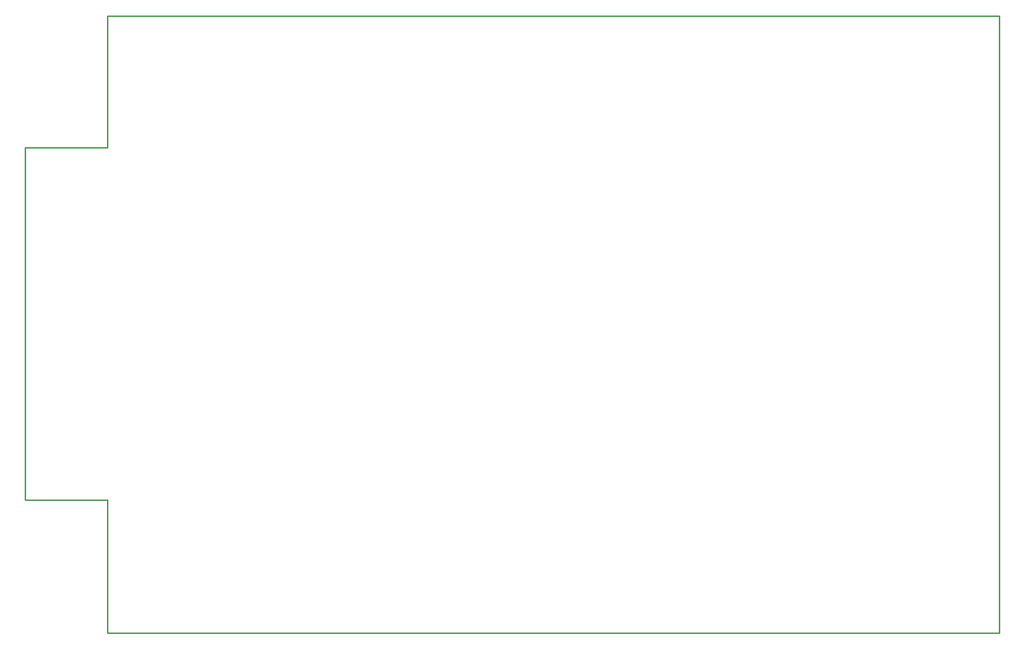
<source format=gbr>
G04 EAGLE Gerber RS-274X export*
G75*
%MOMM*%
%FSLAX34Y34*%
%LPD*%
%IN*%
%IPPOS*%
%AMOC8*
5,1,8,0,0,1.08239X$1,22.5*%
G01*
%ADD10C,0.254000*%


D10*
X-152400Y245745D02*
X0Y245745D01*
X0Y0D01*
X1651000Y0D01*
X1651000Y1143000D01*
X0Y1143000D01*
X0Y898525D01*
X-152400Y898525D01*
X-152400Y245745D01*
M02*

</source>
